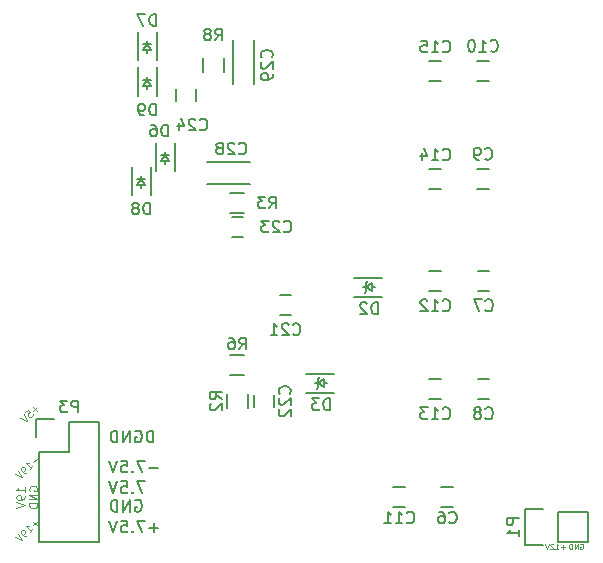
<source format=gbo>
G04 #@! TF.FileFunction,Legend,Bot*
%FSLAX46Y46*%
G04 Gerber Fmt 4.6, Leading zero omitted, Abs format (unit mm)*
G04 Created by KiCad (PCBNEW 4.0.1-3.201512221402+6198~38~ubuntu14.04.1-stable) date Thu 18 Feb 2016 18:05:38 GMT*
%MOMM*%
G01*
G04 APERTURE LIST*
%ADD10C,0.100000*%
%ADD11C,0.150000*%
%ADD12C,0.110000*%
G04 APERTURE END LIST*
D10*
X148424857Y-149254000D02*
X148467714Y-149232571D01*
X148532000Y-149232571D01*
X148596285Y-149254000D01*
X148639143Y-149296857D01*
X148660571Y-149339714D01*
X148682000Y-149425429D01*
X148682000Y-149489714D01*
X148660571Y-149575429D01*
X148639143Y-149618286D01*
X148596285Y-149661143D01*
X148532000Y-149682571D01*
X148489143Y-149682571D01*
X148424857Y-149661143D01*
X148403428Y-149639714D01*
X148403428Y-149489714D01*
X148489143Y-149489714D01*
X148210571Y-149682571D02*
X148210571Y-149232571D01*
X147953428Y-149682571D01*
X147953428Y-149232571D01*
X147739142Y-149682571D02*
X147739142Y-149232571D01*
X147631999Y-149232571D01*
X147567714Y-149254000D01*
X147524856Y-149296857D01*
X147503428Y-149339714D01*
X147481999Y-149425429D01*
X147481999Y-149489714D01*
X147503428Y-149575429D01*
X147524856Y-149618286D01*
X147567714Y-149661143D01*
X147631999Y-149682571D01*
X147739142Y-149682571D01*
X147096856Y-149511143D02*
X146753999Y-149511143D01*
X146925428Y-149682571D02*
X146925428Y-149339714D01*
X146303999Y-149682571D02*
X146561142Y-149682571D01*
X146432570Y-149682571D02*
X146432570Y-149232571D01*
X146475427Y-149296857D01*
X146518285Y-149339714D01*
X146561142Y-149361143D01*
X146132571Y-149275429D02*
X146111142Y-149254000D01*
X146068285Y-149232571D01*
X145961142Y-149232571D01*
X145918285Y-149254000D01*
X145896856Y-149275429D01*
X145875428Y-149318286D01*
X145875428Y-149361143D01*
X145896856Y-149425429D01*
X146153999Y-149682571D01*
X145875428Y-149682571D01*
X145746857Y-149232571D02*
X145596857Y-149682571D01*
X145446857Y-149232571D01*
D11*
X112696095Y-147899429D02*
X111934190Y-147899429D01*
X112315142Y-148280381D02*
X112315142Y-147518476D01*
X111553238Y-147280381D02*
X110886571Y-147280381D01*
X111315143Y-148280381D01*
X110505619Y-148185143D02*
X110458000Y-148232762D01*
X110505619Y-148280381D01*
X110553238Y-148232762D01*
X110505619Y-148185143D01*
X110505619Y-148280381D01*
X109553238Y-147280381D02*
X110029429Y-147280381D01*
X110077048Y-147756571D01*
X110029429Y-147708952D01*
X109934191Y-147661333D01*
X109696095Y-147661333D01*
X109600857Y-147708952D01*
X109553238Y-147756571D01*
X109505619Y-147851810D01*
X109505619Y-148089905D01*
X109553238Y-148185143D01*
X109600857Y-148232762D01*
X109696095Y-148280381D01*
X109934191Y-148280381D01*
X110029429Y-148232762D01*
X110077048Y-148185143D01*
X109219905Y-147280381D02*
X108886572Y-148280381D01*
X108553238Y-147280381D01*
X111553238Y-143965381D02*
X110886571Y-143965381D01*
X111315143Y-144965381D01*
X110505619Y-144870143D02*
X110458000Y-144917762D01*
X110505619Y-144965381D01*
X110553238Y-144917762D01*
X110505619Y-144870143D01*
X110505619Y-144965381D01*
X109553238Y-143965381D02*
X110029429Y-143965381D01*
X110077048Y-144441571D01*
X110029429Y-144393952D01*
X109934191Y-144346333D01*
X109696095Y-144346333D01*
X109600857Y-144393952D01*
X109553238Y-144441571D01*
X109505619Y-144536810D01*
X109505619Y-144774905D01*
X109553238Y-144870143D01*
X109600857Y-144917762D01*
X109696095Y-144965381D01*
X109934191Y-144965381D01*
X110029429Y-144917762D01*
X110077048Y-144870143D01*
X109219905Y-143965381D02*
X108886572Y-144965381D01*
X108553238Y-143965381D01*
X110743714Y-145563000D02*
X110838952Y-145515381D01*
X110981809Y-145515381D01*
X111124667Y-145563000D01*
X111219905Y-145658238D01*
X111267524Y-145753476D01*
X111315143Y-145943952D01*
X111315143Y-146086810D01*
X111267524Y-146277286D01*
X111219905Y-146372524D01*
X111124667Y-146467762D01*
X110981809Y-146515381D01*
X110886571Y-146515381D01*
X110743714Y-146467762D01*
X110696095Y-146420143D01*
X110696095Y-146086810D01*
X110886571Y-146086810D01*
X110267524Y-146515381D02*
X110267524Y-145515381D01*
X109696095Y-146515381D01*
X109696095Y-145515381D01*
X109219905Y-146515381D02*
X109219905Y-145515381D01*
X108981810Y-145515381D01*
X108838952Y-145563000D01*
X108743714Y-145658238D01*
X108696095Y-145753476D01*
X108648476Y-145943952D01*
X108648476Y-146086810D01*
X108696095Y-146277286D01*
X108743714Y-146372524D01*
X108838952Y-146467762D01*
X108981810Y-146515381D01*
X109219905Y-146515381D01*
X112696095Y-142819429D02*
X111934190Y-142819429D01*
X111553238Y-142200381D02*
X110886571Y-142200381D01*
X111315143Y-143200381D01*
X110505619Y-143105143D02*
X110458000Y-143152762D01*
X110505619Y-143200381D01*
X110553238Y-143152762D01*
X110505619Y-143105143D01*
X110505619Y-143200381D01*
X109553238Y-142200381D02*
X110029429Y-142200381D01*
X110077048Y-142676571D01*
X110029429Y-142628952D01*
X109934191Y-142581333D01*
X109696095Y-142581333D01*
X109600857Y-142628952D01*
X109553238Y-142676571D01*
X109505619Y-142771810D01*
X109505619Y-143009905D01*
X109553238Y-143105143D01*
X109600857Y-143152762D01*
X109696095Y-143200381D01*
X109934191Y-143200381D01*
X110029429Y-143152762D01*
X110077048Y-143105143D01*
X109219905Y-142200381D02*
X108886572Y-143200381D01*
X108553238Y-142200381D01*
X112267524Y-140660381D02*
X112267524Y-139660381D01*
X112029429Y-139660381D01*
X111886571Y-139708000D01*
X111791333Y-139803238D01*
X111743714Y-139898476D01*
X111696095Y-140088952D01*
X111696095Y-140231810D01*
X111743714Y-140422286D01*
X111791333Y-140517524D01*
X111886571Y-140612762D01*
X112029429Y-140660381D01*
X112267524Y-140660381D01*
X110743714Y-139708000D02*
X110838952Y-139660381D01*
X110981809Y-139660381D01*
X111124667Y-139708000D01*
X111219905Y-139803238D01*
X111267524Y-139898476D01*
X111315143Y-140088952D01*
X111315143Y-140231810D01*
X111267524Y-140422286D01*
X111219905Y-140517524D01*
X111124667Y-140612762D01*
X110981809Y-140660381D01*
X110886571Y-140660381D01*
X110743714Y-140612762D01*
X110696095Y-140565143D01*
X110696095Y-140231810D01*
X110886571Y-140231810D01*
X110267524Y-140660381D02*
X110267524Y-139660381D01*
X109696095Y-140660381D01*
X109696095Y-139660381D01*
X109219905Y-140660381D02*
X109219905Y-139660381D01*
X108981810Y-139660381D01*
X108838952Y-139708000D01*
X108743714Y-139803238D01*
X108696095Y-139898476D01*
X108648476Y-140088952D01*
X108648476Y-140231810D01*
X108696095Y-140422286D01*
X108743714Y-140517524D01*
X108838952Y-140612762D01*
X108981810Y-140660381D01*
X109219905Y-140660381D01*
D12*
X102429787Y-137660822D02*
X102106538Y-137984071D01*
X102429787Y-137984071D02*
X102106538Y-137660823D01*
X101439838Y-138125492D02*
X101641869Y-137923462D01*
X101864102Y-138105289D01*
X101823696Y-138105289D01*
X101763087Y-138125492D01*
X101662071Y-138226507D01*
X101641868Y-138287116D01*
X101641869Y-138327522D01*
X101662071Y-138388132D01*
X101763087Y-138489147D01*
X101823696Y-138509350D01*
X101864102Y-138509350D01*
X101924711Y-138489147D01*
X102025727Y-138388132D01*
X102045929Y-138327522D01*
X102045929Y-138287117D01*
X101298416Y-138266914D02*
X101581259Y-138832600D01*
X101015574Y-138549757D01*
X102377817Y-142030791D02*
X102054569Y-142354040D01*
X101791929Y-142939929D02*
X102034366Y-142697493D01*
X101913148Y-142818711D02*
X101488884Y-142394447D01*
X101589899Y-142414649D01*
X101670711Y-142414650D01*
X101731320Y-142394447D01*
X101589898Y-143141960D02*
X101509087Y-143222772D01*
X101448477Y-143242975D01*
X101408071Y-143242975D01*
X101307056Y-143222771D01*
X101206040Y-143162163D01*
X101044416Y-143000538D01*
X101024213Y-142939929D01*
X101024213Y-142899523D01*
X101044416Y-142838914D01*
X101125229Y-142758102D01*
X101185837Y-142737899D01*
X101226243Y-142737898D01*
X101286852Y-142758102D01*
X101387867Y-142859117D01*
X101408071Y-142919726D01*
X101408071Y-142960133D01*
X101387868Y-143020741D01*
X101307056Y-143101553D01*
X101246447Y-143121757D01*
X101206040Y-143121756D01*
X101145431Y-143101553D01*
X100842385Y-143040945D02*
X101125228Y-143606631D01*
X100559543Y-143323788D01*
X101371667Y-144854666D02*
X101371667Y-144454666D01*
X101371667Y-144654666D02*
X100671667Y-144654666D01*
X100771667Y-144588000D01*
X100838333Y-144521333D01*
X100871667Y-144454666D01*
X101371667Y-145188000D02*
X101371667Y-145321333D01*
X101338333Y-145388000D01*
X101305000Y-145421333D01*
X101205000Y-145488000D01*
X101071667Y-145521333D01*
X100805000Y-145521333D01*
X100738333Y-145488000D01*
X100705000Y-145454667D01*
X100671667Y-145388000D01*
X100671667Y-145254667D01*
X100705000Y-145188000D01*
X100738333Y-145154667D01*
X100805000Y-145121333D01*
X100971667Y-145121333D01*
X101038333Y-145154667D01*
X101071667Y-145188000D01*
X101105000Y-145254667D01*
X101105000Y-145388000D01*
X101071667Y-145454667D01*
X101038333Y-145488000D01*
X100971667Y-145521333D01*
X100671667Y-145721334D02*
X101371667Y-145954667D01*
X100671667Y-146188000D01*
X101795000Y-144754667D02*
X101761667Y-144688001D01*
X101761667Y-144588001D01*
X101795000Y-144488001D01*
X101861667Y-144421334D01*
X101928333Y-144388001D01*
X102061667Y-144354667D01*
X102161667Y-144354667D01*
X102295000Y-144388001D01*
X102361667Y-144421334D01*
X102428333Y-144488001D01*
X102461667Y-144588001D01*
X102461667Y-144654667D01*
X102428333Y-144754667D01*
X102395000Y-144788001D01*
X102161667Y-144788001D01*
X102161667Y-144654667D01*
X102461667Y-145088001D02*
X101761667Y-145088001D01*
X102461667Y-145488001D01*
X101761667Y-145488001D01*
X102461667Y-145821334D02*
X101761667Y-145821334D01*
X101761667Y-145988000D01*
X101795000Y-146088000D01*
X101861667Y-146154667D01*
X101928333Y-146188000D01*
X102061667Y-146221334D01*
X102161667Y-146221334D01*
X102295000Y-146188000D01*
X102361667Y-146154667D01*
X102428333Y-146088000D01*
X102461667Y-145988000D01*
X102461667Y-145821334D01*
X102377817Y-147364791D02*
X102054569Y-147688040D01*
X102377817Y-147688041D02*
X102054569Y-147364792D01*
X101791929Y-148273929D02*
X102034366Y-148031493D01*
X101913148Y-148152711D02*
X101488884Y-147728447D01*
X101589899Y-147748649D01*
X101670711Y-147748650D01*
X101731320Y-147728447D01*
X101589898Y-148475960D02*
X101509087Y-148556772D01*
X101448477Y-148576975D01*
X101408071Y-148576975D01*
X101307056Y-148556771D01*
X101206040Y-148496163D01*
X101044416Y-148334538D01*
X101024213Y-148273929D01*
X101024213Y-148233523D01*
X101044416Y-148172914D01*
X101125229Y-148092102D01*
X101185837Y-148071899D01*
X101226243Y-148071898D01*
X101286852Y-148092102D01*
X101387867Y-148193117D01*
X101408071Y-148253726D01*
X101408071Y-148294133D01*
X101387868Y-148354741D01*
X101307056Y-148435553D01*
X101246447Y-148455757D01*
X101206040Y-148455756D01*
X101145431Y-148435553D01*
X100842385Y-148374945D02*
X101125228Y-148940631D01*
X100559543Y-148657788D01*
D11*
X133596000Y-146138000D02*
X132596000Y-146138000D01*
X132596000Y-144438000D02*
X133596000Y-144438000D01*
X136644000Y-127850000D02*
X135644000Y-127850000D01*
X135644000Y-126150000D02*
X136644000Y-126150000D01*
X136644000Y-136994000D02*
X135644000Y-136994000D01*
X135644000Y-135294000D02*
X136644000Y-135294000D01*
X136644000Y-119214000D02*
X135644000Y-119214000D01*
X135644000Y-117514000D02*
X136644000Y-117514000D01*
X136644000Y-110070000D02*
X135644000Y-110070000D01*
X135644000Y-108370000D02*
X136644000Y-108370000D01*
X120472000Y-116956000D02*
X116772000Y-116956000D01*
X120472000Y-118756000D02*
X116772000Y-118756000D01*
X120788000Y-110312000D02*
X120788000Y-106612000D01*
X118988000Y-110312000D02*
X118988000Y-106612000D01*
X119980000Y-119521000D02*
X118780000Y-119521000D01*
X118780000Y-121271000D02*
X119980000Y-121271000D01*
X118223000Y-109312000D02*
X118223000Y-108112000D01*
X116473000Y-108112000D02*
X116473000Y-109312000D01*
X118780000Y-134987000D02*
X119980000Y-134987000D01*
X119980000Y-133237000D02*
X118780000Y-133237000D01*
X120255000Y-137760000D02*
X120255000Y-136560000D01*
X118505000Y-136560000D02*
X118505000Y-137760000D01*
X143738000Y-146278000D02*
X145288000Y-146278000D01*
X149098000Y-146558000D02*
X146558000Y-146558000D01*
X146558000Y-146558000D02*
X146558000Y-149098000D01*
X145288000Y-149378000D02*
X143738000Y-149378000D01*
X143738000Y-149378000D02*
X143738000Y-146278000D01*
X146558000Y-149098000D02*
X149098000Y-149098000D01*
X149098000Y-149098000D02*
X149098000Y-146558000D01*
X102616000Y-141478000D02*
X102616000Y-149098000D01*
X102616000Y-149098000D02*
X107696000Y-149098000D01*
X107696000Y-149098000D02*
X107696000Y-138938000D01*
X107696000Y-138938000D02*
X105156000Y-138938000D01*
X102336000Y-140208000D02*
X102336000Y-138658000D01*
X105156000Y-138938000D02*
X105156000Y-141478000D01*
X105156000Y-141478000D02*
X102616000Y-141478000D01*
X102336000Y-138658000D02*
X103886000Y-138658000D01*
X126242000Y-135286000D02*
X126392000Y-135136000D01*
X126092000Y-136136000D02*
X126242000Y-135986000D01*
X126742000Y-135636000D02*
X126992000Y-135636000D01*
X126242000Y-135636000D02*
X125992000Y-135636000D01*
X126242000Y-135636000D02*
X126742000Y-135986000D01*
X126742000Y-135986000D02*
X126742000Y-135286000D01*
X126742000Y-135286000D02*
X126242000Y-135636000D01*
X126242000Y-135986000D02*
X126242000Y-135286000D01*
X125192000Y-134836000D02*
X127592000Y-134836000D01*
X125192000Y-136436000D02*
X127592000Y-136436000D01*
X130306000Y-127158000D02*
X130456000Y-127008000D01*
X130156000Y-128008000D02*
X130306000Y-127858000D01*
X130806000Y-127508000D02*
X131056000Y-127508000D01*
X130306000Y-127508000D02*
X130056000Y-127508000D01*
X130306000Y-127508000D02*
X130806000Y-127858000D01*
X130806000Y-127858000D02*
X130806000Y-127158000D01*
X130806000Y-127158000D02*
X130306000Y-127508000D01*
X130306000Y-127858000D02*
X130306000Y-127158000D01*
X129256000Y-126708000D02*
X131656000Y-126708000D01*
X129256000Y-128308000D02*
X131656000Y-128308000D01*
X137660000Y-146138000D02*
X136660000Y-146138000D01*
X136660000Y-144438000D02*
X137660000Y-144438000D01*
X140724000Y-127850000D02*
X139724000Y-127850000D01*
X139724000Y-126150000D02*
X140724000Y-126150000D01*
X140724000Y-136994000D02*
X139724000Y-136994000D01*
X139724000Y-135294000D02*
X140724000Y-135294000D01*
X139692000Y-117514000D02*
X140692000Y-117514000D01*
X140692000Y-119214000D02*
X139692000Y-119214000D01*
X139692000Y-108370000D02*
X140692000Y-108370000D01*
X140692000Y-110070000D02*
X139692000Y-110070000D01*
X123960000Y-129882000D02*
X122960000Y-129882000D01*
X122960000Y-128182000D02*
X123960000Y-128182000D01*
X120816000Y-137676000D02*
X120816000Y-136676000D01*
X122516000Y-136676000D02*
X122516000Y-137676000D01*
X119896000Y-123278000D02*
X118896000Y-123278000D01*
X118896000Y-121578000D02*
X119896000Y-121578000D01*
X114212000Y-111768000D02*
X114212000Y-110768000D01*
X115912000Y-110768000D02*
X115912000Y-111768000D01*
X113284000Y-116836000D02*
X113284000Y-117086000D01*
X113284000Y-116336000D02*
X113284000Y-116086000D01*
X113284000Y-116336000D02*
X112934000Y-116836000D01*
X112934000Y-116836000D02*
X113634000Y-116836000D01*
X113634000Y-116836000D02*
X113284000Y-116336000D01*
X112934000Y-116336000D02*
X113634000Y-116336000D01*
X114084000Y-115286000D02*
X114084000Y-117686000D01*
X112484000Y-115286000D02*
X112484000Y-117686000D01*
X111760000Y-107438000D02*
X111760000Y-107688000D01*
X111760000Y-106938000D02*
X111760000Y-106688000D01*
X111760000Y-106938000D02*
X111410000Y-107438000D01*
X111410000Y-107438000D02*
X112110000Y-107438000D01*
X112110000Y-107438000D02*
X111760000Y-106938000D01*
X111410000Y-106938000D02*
X112110000Y-106938000D01*
X112560000Y-105888000D02*
X112560000Y-108288000D01*
X110960000Y-105888000D02*
X110960000Y-108288000D01*
X111252000Y-118868000D02*
X111252000Y-119118000D01*
X111252000Y-118368000D02*
X111252000Y-118118000D01*
X111252000Y-118368000D02*
X110902000Y-118868000D01*
X110902000Y-118868000D02*
X111602000Y-118868000D01*
X111602000Y-118868000D02*
X111252000Y-118368000D01*
X110902000Y-118368000D02*
X111602000Y-118368000D01*
X112052000Y-117318000D02*
X112052000Y-119718000D01*
X110452000Y-117318000D02*
X110452000Y-119718000D01*
X111760000Y-110447000D02*
X111760000Y-110697000D01*
X111760000Y-109947000D02*
X111760000Y-109697000D01*
X111760000Y-109947000D02*
X111410000Y-110447000D01*
X111410000Y-110447000D02*
X112110000Y-110447000D01*
X112110000Y-110447000D02*
X111760000Y-109947000D01*
X111410000Y-109947000D02*
X112110000Y-109947000D01*
X112560000Y-108897000D02*
X112560000Y-111297000D01*
X110960000Y-108897000D02*
X110960000Y-111297000D01*
X133738857Y-147423143D02*
X133786476Y-147470762D01*
X133929333Y-147518381D01*
X134024571Y-147518381D01*
X134167429Y-147470762D01*
X134262667Y-147375524D01*
X134310286Y-147280286D01*
X134357905Y-147089810D01*
X134357905Y-146946952D01*
X134310286Y-146756476D01*
X134262667Y-146661238D01*
X134167429Y-146566000D01*
X134024571Y-146518381D01*
X133929333Y-146518381D01*
X133786476Y-146566000D01*
X133738857Y-146613619D01*
X132786476Y-147518381D02*
X133357905Y-147518381D01*
X133072191Y-147518381D02*
X133072191Y-146518381D01*
X133167429Y-146661238D01*
X133262667Y-146756476D01*
X133357905Y-146804095D01*
X131834095Y-147518381D02*
X132405524Y-147518381D01*
X132119810Y-147518381D02*
X132119810Y-146518381D01*
X132215048Y-146661238D01*
X132310286Y-146756476D01*
X132405524Y-146804095D01*
X136786857Y-129457143D02*
X136834476Y-129504762D01*
X136977333Y-129552381D01*
X137072571Y-129552381D01*
X137215429Y-129504762D01*
X137310667Y-129409524D01*
X137358286Y-129314286D01*
X137405905Y-129123810D01*
X137405905Y-128980952D01*
X137358286Y-128790476D01*
X137310667Y-128695238D01*
X137215429Y-128600000D01*
X137072571Y-128552381D01*
X136977333Y-128552381D01*
X136834476Y-128600000D01*
X136786857Y-128647619D01*
X135834476Y-129552381D02*
X136405905Y-129552381D01*
X136120191Y-129552381D02*
X136120191Y-128552381D01*
X136215429Y-128695238D01*
X136310667Y-128790476D01*
X136405905Y-128838095D01*
X135453524Y-128647619D02*
X135405905Y-128600000D01*
X135310667Y-128552381D01*
X135072571Y-128552381D01*
X134977333Y-128600000D01*
X134929714Y-128647619D01*
X134882095Y-128742857D01*
X134882095Y-128838095D01*
X134929714Y-128980952D01*
X135501143Y-129552381D01*
X134882095Y-129552381D01*
X136786857Y-138601143D02*
X136834476Y-138648762D01*
X136977333Y-138696381D01*
X137072571Y-138696381D01*
X137215429Y-138648762D01*
X137310667Y-138553524D01*
X137358286Y-138458286D01*
X137405905Y-138267810D01*
X137405905Y-138124952D01*
X137358286Y-137934476D01*
X137310667Y-137839238D01*
X137215429Y-137744000D01*
X137072571Y-137696381D01*
X136977333Y-137696381D01*
X136834476Y-137744000D01*
X136786857Y-137791619D01*
X135834476Y-138696381D02*
X136405905Y-138696381D01*
X136120191Y-138696381D02*
X136120191Y-137696381D01*
X136215429Y-137839238D01*
X136310667Y-137934476D01*
X136405905Y-137982095D01*
X135501143Y-137696381D02*
X134882095Y-137696381D01*
X135215429Y-138077333D01*
X135072571Y-138077333D01*
X134977333Y-138124952D01*
X134929714Y-138172571D01*
X134882095Y-138267810D01*
X134882095Y-138505905D01*
X134929714Y-138601143D01*
X134977333Y-138648762D01*
X135072571Y-138696381D01*
X135358286Y-138696381D01*
X135453524Y-138648762D01*
X135501143Y-138601143D01*
X136786857Y-116689143D02*
X136834476Y-116736762D01*
X136977333Y-116784381D01*
X137072571Y-116784381D01*
X137215429Y-116736762D01*
X137310667Y-116641524D01*
X137358286Y-116546286D01*
X137405905Y-116355810D01*
X137405905Y-116212952D01*
X137358286Y-116022476D01*
X137310667Y-115927238D01*
X137215429Y-115832000D01*
X137072571Y-115784381D01*
X136977333Y-115784381D01*
X136834476Y-115832000D01*
X136786857Y-115879619D01*
X135834476Y-116784381D02*
X136405905Y-116784381D01*
X136120191Y-116784381D02*
X136120191Y-115784381D01*
X136215429Y-115927238D01*
X136310667Y-116022476D01*
X136405905Y-116070095D01*
X134977333Y-116117714D02*
X134977333Y-116784381D01*
X135215429Y-115736762D02*
X135453524Y-116451048D01*
X134834476Y-116451048D01*
X136786857Y-107545143D02*
X136834476Y-107592762D01*
X136977333Y-107640381D01*
X137072571Y-107640381D01*
X137215429Y-107592762D01*
X137310667Y-107497524D01*
X137358286Y-107402286D01*
X137405905Y-107211810D01*
X137405905Y-107068952D01*
X137358286Y-106878476D01*
X137310667Y-106783238D01*
X137215429Y-106688000D01*
X137072571Y-106640381D01*
X136977333Y-106640381D01*
X136834476Y-106688000D01*
X136786857Y-106735619D01*
X135834476Y-107640381D02*
X136405905Y-107640381D01*
X136120191Y-107640381D02*
X136120191Y-106640381D01*
X136215429Y-106783238D01*
X136310667Y-106878476D01*
X136405905Y-106926095D01*
X134929714Y-106640381D02*
X135405905Y-106640381D01*
X135453524Y-107116571D01*
X135405905Y-107068952D01*
X135310667Y-107021333D01*
X135072571Y-107021333D01*
X134977333Y-107068952D01*
X134929714Y-107116571D01*
X134882095Y-107211810D01*
X134882095Y-107449905D01*
X134929714Y-107545143D01*
X134977333Y-107592762D01*
X135072571Y-107640381D01*
X135310667Y-107640381D01*
X135405905Y-107592762D01*
X135453524Y-107545143D01*
X119514857Y-116181143D02*
X119562476Y-116228762D01*
X119705333Y-116276381D01*
X119800571Y-116276381D01*
X119943429Y-116228762D01*
X120038667Y-116133524D01*
X120086286Y-116038286D01*
X120133905Y-115847810D01*
X120133905Y-115704952D01*
X120086286Y-115514476D01*
X120038667Y-115419238D01*
X119943429Y-115324000D01*
X119800571Y-115276381D01*
X119705333Y-115276381D01*
X119562476Y-115324000D01*
X119514857Y-115371619D01*
X119133905Y-115371619D02*
X119086286Y-115324000D01*
X118991048Y-115276381D01*
X118752952Y-115276381D01*
X118657714Y-115324000D01*
X118610095Y-115371619D01*
X118562476Y-115466857D01*
X118562476Y-115562095D01*
X118610095Y-115704952D01*
X119181524Y-116276381D01*
X118562476Y-116276381D01*
X117991048Y-115704952D02*
X118086286Y-115657333D01*
X118133905Y-115609714D01*
X118181524Y-115514476D01*
X118181524Y-115466857D01*
X118133905Y-115371619D01*
X118086286Y-115324000D01*
X117991048Y-115276381D01*
X117800571Y-115276381D01*
X117705333Y-115324000D01*
X117657714Y-115371619D01*
X117610095Y-115466857D01*
X117610095Y-115514476D01*
X117657714Y-115609714D01*
X117705333Y-115657333D01*
X117800571Y-115704952D01*
X117991048Y-115704952D01*
X118086286Y-115752571D01*
X118133905Y-115800190D01*
X118181524Y-115895429D01*
X118181524Y-116085905D01*
X118133905Y-116181143D01*
X118086286Y-116228762D01*
X117991048Y-116276381D01*
X117800571Y-116276381D01*
X117705333Y-116228762D01*
X117657714Y-116181143D01*
X117610095Y-116085905D01*
X117610095Y-115895429D01*
X117657714Y-115800190D01*
X117705333Y-115752571D01*
X117800571Y-115704952D01*
X122277143Y-108069143D02*
X122324762Y-108021524D01*
X122372381Y-107878667D01*
X122372381Y-107783429D01*
X122324762Y-107640571D01*
X122229524Y-107545333D01*
X122134286Y-107497714D01*
X121943810Y-107450095D01*
X121800952Y-107450095D01*
X121610476Y-107497714D01*
X121515238Y-107545333D01*
X121420000Y-107640571D01*
X121372381Y-107783429D01*
X121372381Y-107878667D01*
X121420000Y-108021524D01*
X121467619Y-108069143D01*
X121467619Y-108450095D02*
X121420000Y-108497714D01*
X121372381Y-108592952D01*
X121372381Y-108831048D01*
X121420000Y-108926286D01*
X121467619Y-108973905D01*
X121562857Y-109021524D01*
X121658095Y-109021524D01*
X121800952Y-108973905D01*
X122372381Y-108402476D01*
X122372381Y-109021524D01*
X122372381Y-109497714D02*
X122372381Y-109688190D01*
X122324762Y-109783429D01*
X122277143Y-109831048D01*
X122134286Y-109926286D01*
X121943810Y-109973905D01*
X121562857Y-109973905D01*
X121467619Y-109926286D01*
X121420000Y-109878667D01*
X121372381Y-109783429D01*
X121372381Y-109592952D01*
X121420000Y-109497714D01*
X121467619Y-109450095D01*
X121562857Y-109402476D01*
X121800952Y-109402476D01*
X121896190Y-109450095D01*
X121943810Y-109497714D01*
X121991429Y-109592952D01*
X121991429Y-109783429D01*
X121943810Y-109878667D01*
X121896190Y-109926286D01*
X121800952Y-109973905D01*
X122086666Y-120848381D02*
X122420000Y-120372190D01*
X122658095Y-120848381D02*
X122658095Y-119848381D01*
X122277142Y-119848381D01*
X122181904Y-119896000D01*
X122134285Y-119943619D01*
X122086666Y-120038857D01*
X122086666Y-120181714D01*
X122134285Y-120276952D01*
X122181904Y-120324571D01*
X122277142Y-120372190D01*
X122658095Y-120372190D01*
X121753333Y-119848381D02*
X121134285Y-119848381D01*
X121467619Y-120229333D01*
X121324761Y-120229333D01*
X121229523Y-120276952D01*
X121181904Y-120324571D01*
X121134285Y-120419810D01*
X121134285Y-120657905D01*
X121181904Y-120753143D01*
X121229523Y-120800762D01*
X121324761Y-120848381D01*
X121610476Y-120848381D01*
X121705714Y-120800762D01*
X121753333Y-120753143D01*
X117514666Y-106624381D02*
X117848000Y-106148190D01*
X118086095Y-106624381D02*
X118086095Y-105624381D01*
X117705142Y-105624381D01*
X117609904Y-105672000D01*
X117562285Y-105719619D01*
X117514666Y-105814857D01*
X117514666Y-105957714D01*
X117562285Y-106052952D01*
X117609904Y-106100571D01*
X117705142Y-106148190D01*
X118086095Y-106148190D01*
X116943238Y-106052952D02*
X117038476Y-106005333D01*
X117086095Y-105957714D01*
X117133714Y-105862476D01*
X117133714Y-105814857D01*
X117086095Y-105719619D01*
X117038476Y-105672000D01*
X116943238Y-105624381D01*
X116752761Y-105624381D01*
X116657523Y-105672000D01*
X116609904Y-105719619D01*
X116562285Y-105814857D01*
X116562285Y-105862476D01*
X116609904Y-105957714D01*
X116657523Y-106005333D01*
X116752761Y-106052952D01*
X116943238Y-106052952D01*
X117038476Y-106100571D01*
X117086095Y-106148190D01*
X117133714Y-106243429D01*
X117133714Y-106433905D01*
X117086095Y-106529143D01*
X117038476Y-106576762D01*
X116943238Y-106624381D01*
X116752761Y-106624381D01*
X116657523Y-106576762D01*
X116609904Y-106529143D01*
X116562285Y-106433905D01*
X116562285Y-106243429D01*
X116609904Y-106148190D01*
X116657523Y-106100571D01*
X116752761Y-106052952D01*
X119546666Y-132786381D02*
X119880000Y-132310190D01*
X120118095Y-132786381D02*
X120118095Y-131786381D01*
X119737142Y-131786381D01*
X119641904Y-131834000D01*
X119594285Y-131881619D01*
X119546666Y-131976857D01*
X119546666Y-132119714D01*
X119594285Y-132214952D01*
X119641904Y-132262571D01*
X119737142Y-132310190D01*
X120118095Y-132310190D01*
X118689523Y-131786381D02*
X118880000Y-131786381D01*
X118975238Y-131834000D01*
X119022857Y-131881619D01*
X119118095Y-132024476D01*
X119165714Y-132214952D01*
X119165714Y-132595905D01*
X119118095Y-132691143D01*
X119070476Y-132738762D01*
X118975238Y-132786381D01*
X118784761Y-132786381D01*
X118689523Y-132738762D01*
X118641904Y-132691143D01*
X118594285Y-132595905D01*
X118594285Y-132357810D01*
X118641904Y-132262571D01*
X118689523Y-132214952D01*
X118784761Y-132167333D01*
X118975238Y-132167333D01*
X119070476Y-132214952D01*
X119118095Y-132262571D01*
X119165714Y-132357810D01*
X118054381Y-136993334D02*
X117578190Y-136660000D01*
X118054381Y-136421905D02*
X117054381Y-136421905D01*
X117054381Y-136802858D01*
X117102000Y-136898096D01*
X117149619Y-136945715D01*
X117244857Y-136993334D01*
X117387714Y-136993334D01*
X117482952Y-136945715D01*
X117530571Y-136898096D01*
X117578190Y-136802858D01*
X117578190Y-136421905D01*
X117149619Y-137374286D02*
X117102000Y-137421905D01*
X117054381Y-137517143D01*
X117054381Y-137755239D01*
X117102000Y-137850477D01*
X117149619Y-137898096D01*
X117244857Y-137945715D01*
X117340095Y-137945715D01*
X117482952Y-137898096D01*
X118054381Y-137326667D01*
X118054381Y-137945715D01*
X143200381Y-147089905D02*
X142200381Y-147089905D01*
X142200381Y-147470858D01*
X142248000Y-147566096D01*
X142295619Y-147613715D01*
X142390857Y-147661334D01*
X142533714Y-147661334D01*
X142628952Y-147613715D01*
X142676571Y-147566096D01*
X142724190Y-147470858D01*
X142724190Y-147089905D01*
X143200381Y-148613715D02*
X143200381Y-148042286D01*
X143200381Y-148328000D02*
X142200381Y-148328000D01*
X142343238Y-148232762D01*
X142438476Y-148137524D01*
X142486095Y-148042286D01*
X105894095Y-138120381D02*
X105894095Y-137120381D01*
X105513142Y-137120381D01*
X105417904Y-137168000D01*
X105370285Y-137215619D01*
X105322666Y-137310857D01*
X105322666Y-137453714D01*
X105370285Y-137548952D01*
X105417904Y-137596571D01*
X105513142Y-137644190D01*
X105894095Y-137644190D01*
X104989333Y-137120381D02*
X104370285Y-137120381D01*
X104703619Y-137501333D01*
X104560761Y-137501333D01*
X104465523Y-137548952D01*
X104417904Y-137596571D01*
X104370285Y-137691810D01*
X104370285Y-137929905D01*
X104417904Y-138025143D01*
X104465523Y-138072762D01*
X104560761Y-138120381D01*
X104846476Y-138120381D01*
X104941714Y-138072762D01*
X104989333Y-138025143D01*
X127230095Y-137938381D02*
X127230095Y-136938381D01*
X126992000Y-136938381D01*
X126849142Y-136986000D01*
X126753904Y-137081238D01*
X126706285Y-137176476D01*
X126658666Y-137366952D01*
X126658666Y-137509810D01*
X126706285Y-137700286D01*
X126753904Y-137795524D01*
X126849142Y-137890762D01*
X126992000Y-137938381D01*
X127230095Y-137938381D01*
X126325333Y-136938381D02*
X125706285Y-136938381D01*
X126039619Y-137319333D01*
X125896761Y-137319333D01*
X125801523Y-137366952D01*
X125753904Y-137414571D01*
X125706285Y-137509810D01*
X125706285Y-137747905D01*
X125753904Y-137843143D01*
X125801523Y-137890762D01*
X125896761Y-137938381D01*
X126182476Y-137938381D01*
X126277714Y-137890762D01*
X126325333Y-137843143D01*
X131294095Y-129810381D02*
X131294095Y-128810381D01*
X131056000Y-128810381D01*
X130913142Y-128858000D01*
X130817904Y-128953238D01*
X130770285Y-129048476D01*
X130722666Y-129238952D01*
X130722666Y-129381810D01*
X130770285Y-129572286D01*
X130817904Y-129667524D01*
X130913142Y-129762762D01*
X131056000Y-129810381D01*
X131294095Y-129810381D01*
X130341714Y-128905619D02*
X130294095Y-128858000D01*
X130198857Y-128810381D01*
X129960761Y-128810381D01*
X129865523Y-128858000D01*
X129817904Y-128905619D01*
X129770285Y-129000857D01*
X129770285Y-129096095D01*
X129817904Y-129238952D01*
X130389333Y-129810381D01*
X129770285Y-129810381D01*
X137326666Y-147423143D02*
X137374285Y-147470762D01*
X137517142Y-147518381D01*
X137612380Y-147518381D01*
X137755238Y-147470762D01*
X137850476Y-147375524D01*
X137898095Y-147280286D01*
X137945714Y-147089810D01*
X137945714Y-146946952D01*
X137898095Y-146756476D01*
X137850476Y-146661238D01*
X137755238Y-146566000D01*
X137612380Y-146518381D01*
X137517142Y-146518381D01*
X137374285Y-146566000D01*
X137326666Y-146613619D01*
X136469523Y-146518381D02*
X136660000Y-146518381D01*
X136755238Y-146566000D01*
X136802857Y-146613619D01*
X136898095Y-146756476D01*
X136945714Y-146946952D01*
X136945714Y-147327905D01*
X136898095Y-147423143D01*
X136850476Y-147470762D01*
X136755238Y-147518381D01*
X136564761Y-147518381D01*
X136469523Y-147470762D01*
X136421904Y-147423143D01*
X136374285Y-147327905D01*
X136374285Y-147089810D01*
X136421904Y-146994571D01*
X136469523Y-146946952D01*
X136564761Y-146899333D01*
X136755238Y-146899333D01*
X136850476Y-146946952D01*
X136898095Y-146994571D01*
X136945714Y-147089810D01*
X140390666Y-129457143D02*
X140438285Y-129504762D01*
X140581142Y-129552381D01*
X140676380Y-129552381D01*
X140819238Y-129504762D01*
X140914476Y-129409524D01*
X140962095Y-129314286D01*
X141009714Y-129123810D01*
X141009714Y-128980952D01*
X140962095Y-128790476D01*
X140914476Y-128695238D01*
X140819238Y-128600000D01*
X140676380Y-128552381D01*
X140581142Y-128552381D01*
X140438285Y-128600000D01*
X140390666Y-128647619D01*
X140057333Y-128552381D02*
X139390666Y-128552381D01*
X139819238Y-129552381D01*
X140390666Y-138601143D02*
X140438285Y-138648762D01*
X140581142Y-138696381D01*
X140676380Y-138696381D01*
X140819238Y-138648762D01*
X140914476Y-138553524D01*
X140962095Y-138458286D01*
X141009714Y-138267810D01*
X141009714Y-138124952D01*
X140962095Y-137934476D01*
X140914476Y-137839238D01*
X140819238Y-137744000D01*
X140676380Y-137696381D01*
X140581142Y-137696381D01*
X140438285Y-137744000D01*
X140390666Y-137791619D01*
X139819238Y-138124952D02*
X139914476Y-138077333D01*
X139962095Y-138029714D01*
X140009714Y-137934476D01*
X140009714Y-137886857D01*
X139962095Y-137791619D01*
X139914476Y-137744000D01*
X139819238Y-137696381D01*
X139628761Y-137696381D01*
X139533523Y-137744000D01*
X139485904Y-137791619D01*
X139438285Y-137886857D01*
X139438285Y-137934476D01*
X139485904Y-138029714D01*
X139533523Y-138077333D01*
X139628761Y-138124952D01*
X139819238Y-138124952D01*
X139914476Y-138172571D01*
X139962095Y-138220190D01*
X140009714Y-138315429D01*
X140009714Y-138505905D01*
X139962095Y-138601143D01*
X139914476Y-138648762D01*
X139819238Y-138696381D01*
X139628761Y-138696381D01*
X139533523Y-138648762D01*
X139485904Y-138601143D01*
X139438285Y-138505905D01*
X139438285Y-138315429D01*
X139485904Y-138220190D01*
X139533523Y-138172571D01*
X139628761Y-138124952D01*
X140358666Y-116621143D02*
X140406285Y-116668762D01*
X140549142Y-116716381D01*
X140644380Y-116716381D01*
X140787238Y-116668762D01*
X140882476Y-116573524D01*
X140930095Y-116478286D01*
X140977714Y-116287810D01*
X140977714Y-116144952D01*
X140930095Y-115954476D01*
X140882476Y-115859238D01*
X140787238Y-115764000D01*
X140644380Y-115716381D01*
X140549142Y-115716381D01*
X140406285Y-115764000D01*
X140358666Y-115811619D01*
X139882476Y-116716381D02*
X139692000Y-116716381D01*
X139596761Y-116668762D01*
X139549142Y-116621143D01*
X139453904Y-116478286D01*
X139406285Y-116287810D01*
X139406285Y-115906857D01*
X139453904Y-115811619D01*
X139501523Y-115764000D01*
X139596761Y-115716381D01*
X139787238Y-115716381D01*
X139882476Y-115764000D01*
X139930095Y-115811619D01*
X139977714Y-115906857D01*
X139977714Y-116144952D01*
X139930095Y-116240190D01*
X139882476Y-116287810D01*
X139787238Y-116335429D01*
X139596761Y-116335429D01*
X139501523Y-116287810D01*
X139453904Y-116240190D01*
X139406285Y-116144952D01*
X140834857Y-107477143D02*
X140882476Y-107524762D01*
X141025333Y-107572381D01*
X141120571Y-107572381D01*
X141263429Y-107524762D01*
X141358667Y-107429524D01*
X141406286Y-107334286D01*
X141453905Y-107143810D01*
X141453905Y-107000952D01*
X141406286Y-106810476D01*
X141358667Y-106715238D01*
X141263429Y-106620000D01*
X141120571Y-106572381D01*
X141025333Y-106572381D01*
X140882476Y-106620000D01*
X140834857Y-106667619D01*
X139882476Y-107572381D02*
X140453905Y-107572381D01*
X140168191Y-107572381D02*
X140168191Y-106572381D01*
X140263429Y-106715238D01*
X140358667Y-106810476D01*
X140453905Y-106858095D01*
X139263429Y-106572381D02*
X139168190Y-106572381D01*
X139072952Y-106620000D01*
X139025333Y-106667619D01*
X138977714Y-106762857D01*
X138930095Y-106953333D01*
X138930095Y-107191429D01*
X138977714Y-107381905D01*
X139025333Y-107477143D01*
X139072952Y-107524762D01*
X139168190Y-107572381D01*
X139263429Y-107572381D01*
X139358667Y-107524762D01*
X139406286Y-107477143D01*
X139453905Y-107381905D01*
X139501524Y-107191429D01*
X139501524Y-106953333D01*
X139453905Y-106762857D01*
X139406286Y-106667619D01*
X139358667Y-106620000D01*
X139263429Y-106572381D01*
X124102857Y-131489143D02*
X124150476Y-131536762D01*
X124293333Y-131584381D01*
X124388571Y-131584381D01*
X124531429Y-131536762D01*
X124626667Y-131441524D01*
X124674286Y-131346286D01*
X124721905Y-131155810D01*
X124721905Y-131012952D01*
X124674286Y-130822476D01*
X124626667Y-130727238D01*
X124531429Y-130632000D01*
X124388571Y-130584381D01*
X124293333Y-130584381D01*
X124150476Y-130632000D01*
X124102857Y-130679619D01*
X123721905Y-130679619D02*
X123674286Y-130632000D01*
X123579048Y-130584381D01*
X123340952Y-130584381D01*
X123245714Y-130632000D01*
X123198095Y-130679619D01*
X123150476Y-130774857D01*
X123150476Y-130870095D01*
X123198095Y-131012952D01*
X123769524Y-131584381D01*
X123150476Y-131584381D01*
X122198095Y-131584381D02*
X122769524Y-131584381D01*
X122483810Y-131584381D02*
X122483810Y-130584381D01*
X122579048Y-130727238D01*
X122674286Y-130822476D01*
X122769524Y-130870095D01*
X123801143Y-136533143D02*
X123848762Y-136485524D01*
X123896381Y-136342667D01*
X123896381Y-136247429D01*
X123848762Y-136104571D01*
X123753524Y-136009333D01*
X123658286Y-135961714D01*
X123467810Y-135914095D01*
X123324952Y-135914095D01*
X123134476Y-135961714D01*
X123039238Y-136009333D01*
X122944000Y-136104571D01*
X122896381Y-136247429D01*
X122896381Y-136342667D01*
X122944000Y-136485524D01*
X122991619Y-136533143D01*
X122991619Y-136914095D02*
X122944000Y-136961714D01*
X122896381Y-137056952D01*
X122896381Y-137295048D01*
X122944000Y-137390286D01*
X122991619Y-137437905D01*
X123086857Y-137485524D01*
X123182095Y-137485524D01*
X123324952Y-137437905D01*
X123896381Y-136866476D01*
X123896381Y-137485524D01*
X122991619Y-137866476D02*
X122944000Y-137914095D01*
X122896381Y-138009333D01*
X122896381Y-138247429D01*
X122944000Y-138342667D01*
X122991619Y-138390286D01*
X123086857Y-138437905D01*
X123182095Y-138437905D01*
X123324952Y-138390286D01*
X123896381Y-137818857D01*
X123896381Y-138437905D01*
X123324857Y-122785143D02*
X123372476Y-122832762D01*
X123515333Y-122880381D01*
X123610571Y-122880381D01*
X123753429Y-122832762D01*
X123848667Y-122737524D01*
X123896286Y-122642286D01*
X123943905Y-122451810D01*
X123943905Y-122308952D01*
X123896286Y-122118476D01*
X123848667Y-122023238D01*
X123753429Y-121928000D01*
X123610571Y-121880381D01*
X123515333Y-121880381D01*
X123372476Y-121928000D01*
X123324857Y-121975619D01*
X122943905Y-121975619D02*
X122896286Y-121928000D01*
X122801048Y-121880381D01*
X122562952Y-121880381D01*
X122467714Y-121928000D01*
X122420095Y-121975619D01*
X122372476Y-122070857D01*
X122372476Y-122166095D01*
X122420095Y-122308952D01*
X122991524Y-122880381D01*
X122372476Y-122880381D01*
X122039143Y-121880381D02*
X121420095Y-121880381D01*
X121753429Y-122261333D01*
X121610571Y-122261333D01*
X121515333Y-122308952D01*
X121467714Y-122356571D01*
X121420095Y-122451810D01*
X121420095Y-122689905D01*
X121467714Y-122785143D01*
X121515333Y-122832762D01*
X121610571Y-122880381D01*
X121896286Y-122880381D01*
X121991524Y-122832762D01*
X122039143Y-122785143D01*
X116212857Y-114149143D02*
X116260476Y-114196762D01*
X116403333Y-114244381D01*
X116498571Y-114244381D01*
X116641429Y-114196762D01*
X116736667Y-114101524D01*
X116784286Y-114006286D01*
X116831905Y-113815810D01*
X116831905Y-113672952D01*
X116784286Y-113482476D01*
X116736667Y-113387238D01*
X116641429Y-113292000D01*
X116498571Y-113244381D01*
X116403333Y-113244381D01*
X116260476Y-113292000D01*
X116212857Y-113339619D01*
X115831905Y-113339619D02*
X115784286Y-113292000D01*
X115689048Y-113244381D01*
X115450952Y-113244381D01*
X115355714Y-113292000D01*
X115308095Y-113339619D01*
X115260476Y-113434857D01*
X115260476Y-113530095D01*
X115308095Y-113672952D01*
X115879524Y-114244381D01*
X115260476Y-114244381D01*
X114403333Y-113577714D02*
X114403333Y-114244381D01*
X114641429Y-113196762D02*
X114879524Y-113911048D01*
X114260476Y-113911048D01*
X113514095Y-114752381D02*
X113514095Y-113752381D01*
X113276000Y-113752381D01*
X113133142Y-113800000D01*
X113037904Y-113895238D01*
X112990285Y-113990476D01*
X112942666Y-114180952D01*
X112942666Y-114323810D01*
X112990285Y-114514286D01*
X113037904Y-114609524D01*
X113133142Y-114704762D01*
X113276000Y-114752381D01*
X113514095Y-114752381D01*
X112085523Y-113752381D02*
X112276000Y-113752381D01*
X112371238Y-113800000D01*
X112418857Y-113847619D01*
X112514095Y-113990476D01*
X112561714Y-114180952D01*
X112561714Y-114561905D01*
X112514095Y-114657143D01*
X112466476Y-114704762D01*
X112371238Y-114752381D01*
X112180761Y-114752381D01*
X112085523Y-114704762D01*
X112037904Y-114657143D01*
X111990285Y-114561905D01*
X111990285Y-114323810D01*
X112037904Y-114228571D01*
X112085523Y-114180952D01*
X112180761Y-114133333D01*
X112371238Y-114133333D01*
X112466476Y-114180952D01*
X112514095Y-114228571D01*
X112561714Y-114323810D01*
X112498095Y-105393381D02*
X112498095Y-104393381D01*
X112260000Y-104393381D01*
X112117142Y-104441000D01*
X112021904Y-104536238D01*
X111974285Y-104631476D01*
X111926666Y-104821952D01*
X111926666Y-104964810D01*
X111974285Y-105155286D01*
X112021904Y-105250524D01*
X112117142Y-105345762D01*
X112260000Y-105393381D01*
X112498095Y-105393381D01*
X111593333Y-104393381D02*
X110926666Y-104393381D01*
X111355238Y-105393381D01*
X111990095Y-121356381D02*
X111990095Y-120356381D01*
X111752000Y-120356381D01*
X111609142Y-120404000D01*
X111513904Y-120499238D01*
X111466285Y-120594476D01*
X111418666Y-120784952D01*
X111418666Y-120927810D01*
X111466285Y-121118286D01*
X111513904Y-121213524D01*
X111609142Y-121308762D01*
X111752000Y-121356381D01*
X111990095Y-121356381D01*
X110847238Y-120784952D02*
X110942476Y-120737333D01*
X110990095Y-120689714D01*
X111037714Y-120594476D01*
X111037714Y-120546857D01*
X110990095Y-120451619D01*
X110942476Y-120404000D01*
X110847238Y-120356381D01*
X110656761Y-120356381D01*
X110561523Y-120404000D01*
X110513904Y-120451619D01*
X110466285Y-120546857D01*
X110466285Y-120594476D01*
X110513904Y-120689714D01*
X110561523Y-120737333D01*
X110656761Y-120784952D01*
X110847238Y-120784952D01*
X110942476Y-120832571D01*
X110990095Y-120880190D01*
X111037714Y-120975429D01*
X111037714Y-121165905D01*
X110990095Y-121261143D01*
X110942476Y-121308762D01*
X110847238Y-121356381D01*
X110656761Y-121356381D01*
X110561523Y-121308762D01*
X110513904Y-121261143D01*
X110466285Y-121165905D01*
X110466285Y-120975429D01*
X110513904Y-120880190D01*
X110561523Y-120832571D01*
X110656761Y-120784952D01*
X112498095Y-112974381D02*
X112498095Y-111974381D01*
X112260000Y-111974381D01*
X112117142Y-112022000D01*
X112021904Y-112117238D01*
X111974285Y-112212476D01*
X111926666Y-112402952D01*
X111926666Y-112545810D01*
X111974285Y-112736286D01*
X112021904Y-112831524D01*
X112117142Y-112926762D01*
X112260000Y-112974381D01*
X112498095Y-112974381D01*
X111450476Y-112974381D02*
X111260000Y-112974381D01*
X111164761Y-112926762D01*
X111117142Y-112879143D01*
X111021904Y-112736286D01*
X110974285Y-112545810D01*
X110974285Y-112164857D01*
X111021904Y-112069619D01*
X111069523Y-112022000D01*
X111164761Y-111974381D01*
X111355238Y-111974381D01*
X111450476Y-112022000D01*
X111498095Y-112069619D01*
X111545714Y-112164857D01*
X111545714Y-112402952D01*
X111498095Y-112498190D01*
X111450476Y-112545810D01*
X111355238Y-112593429D01*
X111164761Y-112593429D01*
X111069523Y-112545810D01*
X111021904Y-112498190D01*
X110974285Y-112402952D01*
M02*

</source>
